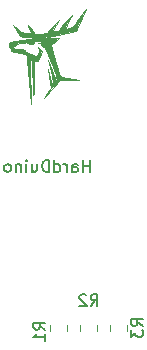
<source format=gbr>
G04 #@! TF.GenerationSoftware,KiCad,Pcbnew,(5.1.8)-1*
G04 #@! TF.CreationDate,2020-11-28T14:58:21+03:00*
G04 #@! TF.ProjectId,A4988,41343938-382e-46b6-9963-61645f706362,rev?*
G04 #@! TF.SameCoordinates,Original*
G04 #@! TF.FileFunction,Legend,Bot*
G04 #@! TF.FilePolarity,Positive*
%FSLAX46Y46*%
G04 Gerber Fmt 4.6, Leading zero omitted, Abs format (unit mm)*
G04 Created by KiCad (PCBNEW (5.1.8)-1) date 2020-11-28 14:58:21*
%MOMM*%
%LPD*%
G01*
G04 APERTURE LIST*
%ADD10C,0.100000*%
%ADD11C,0.150000*%
%ADD12C,0.120000*%
G04 APERTURE END LIST*
D10*
G36*
X105105000Y-52325000D02*
G01*
X104675000Y-53295000D01*
X103875000Y-53485000D01*
X101955000Y-53905000D01*
X102435000Y-53895000D01*
X102885000Y-53875000D01*
X103245000Y-53915000D01*
X102515000Y-54485000D01*
X102675000Y-55155000D01*
X102925000Y-56005000D01*
X103215000Y-56885000D01*
X103295000Y-57105000D01*
X103505000Y-57175000D01*
X104905000Y-57475000D01*
X103265000Y-57405000D01*
X102565000Y-58295000D01*
X101955000Y-59005000D01*
X102115000Y-58705000D01*
X102505000Y-58135000D01*
X102435000Y-57685000D01*
X102285000Y-56525000D01*
X102315000Y-56525000D01*
X102475000Y-57245000D01*
X102575000Y-57615000D01*
X102615000Y-57765000D01*
X102675000Y-57845000D01*
X102725000Y-57785000D01*
X102725000Y-57675000D01*
X102705000Y-57555000D01*
X102645000Y-57215000D01*
X102585000Y-57005000D01*
X102335000Y-56005000D01*
X102295000Y-55745000D01*
X102605000Y-56575000D01*
X102785000Y-57085000D01*
X102875000Y-57305000D01*
X102915000Y-57375000D01*
X102965000Y-57405000D01*
X103015000Y-57325000D01*
X102985000Y-57185000D01*
X102935000Y-57015000D01*
X102715000Y-56365000D01*
X102285000Y-55315000D01*
X102085000Y-54885000D01*
X101955000Y-54695000D01*
X101895000Y-54625000D01*
X101655000Y-54505000D01*
X101665000Y-54475000D01*
X101865000Y-54455000D01*
X101865000Y-54425000D01*
X101445000Y-54275000D01*
X101955000Y-54265000D01*
X102255000Y-54245000D01*
X102465000Y-54205000D01*
X102485000Y-54165000D01*
X102365000Y-54135000D01*
X102225000Y-54115000D01*
X101775000Y-54105000D01*
X101285000Y-54125000D01*
X101205000Y-54155000D01*
X101145000Y-54185000D01*
X101135000Y-54225000D01*
X101095000Y-54285000D01*
X100945000Y-54385000D01*
X100825000Y-54435000D01*
X100765000Y-54435000D01*
X100715000Y-54425000D01*
X100645000Y-54325000D01*
X100595000Y-54285000D01*
X100455000Y-54265000D01*
X100215000Y-54275000D01*
X99815000Y-54355000D01*
X99545000Y-54465000D01*
X99385000Y-54565000D01*
X99355000Y-54685000D01*
X99385000Y-54745000D01*
X99475000Y-54795000D01*
X99595000Y-54815000D01*
X100115000Y-54825000D01*
X100325000Y-54865000D01*
X100215000Y-54905000D01*
X100265000Y-54965000D01*
X100395000Y-55035000D01*
X101305000Y-55425000D01*
X101455000Y-55215000D01*
X101525000Y-55085000D01*
X101525000Y-55015000D01*
X101515000Y-54855000D01*
X101475000Y-54625000D01*
X101785000Y-55025000D01*
X101545000Y-55655000D01*
X101475000Y-55785000D01*
X101405000Y-55835000D01*
X101295000Y-55835000D01*
X101135000Y-55795000D01*
X101115000Y-57015000D01*
X101115000Y-57895000D01*
X101085000Y-58575000D01*
X101055000Y-58755000D01*
X101015000Y-58425000D01*
X100995000Y-57895000D01*
X100965000Y-56515000D01*
X100935000Y-56025000D01*
X100905000Y-55695000D01*
X100855000Y-55575000D01*
X100815000Y-55615000D01*
X100805000Y-55655000D01*
X100795000Y-55845000D01*
X100785000Y-56125000D01*
X100835000Y-59515000D01*
X100505000Y-55745000D01*
X100515000Y-55575000D01*
X100485000Y-55425000D01*
X100455000Y-55365000D01*
X100325000Y-55245000D01*
X100035000Y-55165000D01*
X99415000Y-55055000D01*
X99225000Y-55005000D01*
X99165000Y-54955000D01*
X99165000Y-54855000D01*
X99125000Y-54775000D01*
X99075000Y-54755000D01*
X99015000Y-54675000D01*
X98995000Y-54515000D01*
X99015000Y-54345000D01*
X99145000Y-54245000D01*
X99465000Y-54175000D01*
X100795000Y-53955000D01*
X101015000Y-53895000D01*
X100825000Y-53825000D01*
X100215000Y-53775000D01*
X99885000Y-53715000D01*
X99455000Y-53065000D01*
X99335000Y-52775000D01*
X100005000Y-53345000D01*
X100355000Y-53455000D01*
X100755000Y-53475000D01*
X100835000Y-53465000D01*
X100825000Y-53385000D01*
X100745000Y-53215000D01*
X100605000Y-52885000D01*
X100595000Y-52805000D01*
X100745000Y-52955000D01*
X101225000Y-53555000D01*
X101685000Y-53535000D01*
X102125000Y-53485000D01*
X102235000Y-53435000D01*
X102325000Y-53355000D01*
X102485000Y-53165000D01*
X103255000Y-52325000D01*
X102745000Y-53215000D01*
X102705000Y-53335000D01*
X102925000Y-53275000D01*
X103105000Y-53265000D01*
X103185000Y-53235000D01*
X103305000Y-53135000D01*
X103505000Y-52915000D01*
X104315000Y-51925000D01*
X104015000Y-52575000D01*
X103825000Y-53005000D01*
X103825000Y-53095000D01*
X103865000Y-53115000D01*
X104295000Y-52985000D01*
X104355000Y-52945000D01*
X104545000Y-52765000D01*
X104765000Y-52445000D01*
X105475000Y-51425000D01*
X105105000Y-52325000D01*
G37*
X105105000Y-52325000D02*
X104675000Y-53295000D01*
X103875000Y-53485000D01*
X101955000Y-53905000D01*
X102435000Y-53895000D01*
X102885000Y-53875000D01*
X103245000Y-53915000D01*
X102515000Y-54485000D01*
X102675000Y-55155000D01*
X102925000Y-56005000D01*
X103215000Y-56885000D01*
X103295000Y-57105000D01*
X103505000Y-57175000D01*
X104905000Y-57475000D01*
X103265000Y-57405000D01*
X102565000Y-58295000D01*
X101955000Y-59005000D01*
X102115000Y-58705000D01*
X102505000Y-58135000D01*
X102435000Y-57685000D01*
X102285000Y-56525000D01*
X102315000Y-56525000D01*
X102475000Y-57245000D01*
X102575000Y-57615000D01*
X102615000Y-57765000D01*
X102675000Y-57845000D01*
X102725000Y-57785000D01*
X102725000Y-57675000D01*
X102705000Y-57555000D01*
X102645000Y-57215000D01*
X102585000Y-57005000D01*
X102335000Y-56005000D01*
X102295000Y-55745000D01*
X102605000Y-56575000D01*
X102785000Y-57085000D01*
X102875000Y-57305000D01*
X102915000Y-57375000D01*
X102965000Y-57405000D01*
X103015000Y-57325000D01*
X102985000Y-57185000D01*
X102935000Y-57015000D01*
X102715000Y-56365000D01*
X102285000Y-55315000D01*
X102085000Y-54885000D01*
X101955000Y-54695000D01*
X101895000Y-54625000D01*
X101655000Y-54505000D01*
X101665000Y-54475000D01*
X101865000Y-54455000D01*
X101865000Y-54425000D01*
X101445000Y-54275000D01*
X101955000Y-54265000D01*
X102255000Y-54245000D01*
X102465000Y-54205000D01*
X102485000Y-54165000D01*
X102365000Y-54135000D01*
X102225000Y-54115000D01*
X101775000Y-54105000D01*
X101285000Y-54125000D01*
X101205000Y-54155000D01*
X101145000Y-54185000D01*
X101135000Y-54225000D01*
X101095000Y-54285000D01*
X100945000Y-54385000D01*
X100825000Y-54435000D01*
X100765000Y-54435000D01*
X100715000Y-54425000D01*
X100645000Y-54325000D01*
X100595000Y-54285000D01*
X100455000Y-54265000D01*
X100215000Y-54275000D01*
X99815000Y-54355000D01*
X99545000Y-54465000D01*
X99385000Y-54565000D01*
X99355000Y-54685000D01*
X99385000Y-54745000D01*
X99475000Y-54795000D01*
X99595000Y-54815000D01*
X100115000Y-54825000D01*
X100325000Y-54865000D01*
X100215000Y-54905000D01*
X100265000Y-54965000D01*
X100395000Y-55035000D01*
X101305000Y-55425000D01*
X101455000Y-55215000D01*
X101525000Y-55085000D01*
X101525000Y-55015000D01*
X101515000Y-54855000D01*
X101475000Y-54625000D01*
X101785000Y-55025000D01*
X101545000Y-55655000D01*
X101475000Y-55785000D01*
X101405000Y-55835000D01*
X101295000Y-55835000D01*
X101135000Y-55795000D01*
X101115000Y-57015000D01*
X101115000Y-57895000D01*
X101085000Y-58575000D01*
X101055000Y-58755000D01*
X101015000Y-58425000D01*
X100995000Y-57895000D01*
X100965000Y-56515000D01*
X100935000Y-56025000D01*
X100905000Y-55695000D01*
X100855000Y-55575000D01*
X100815000Y-55615000D01*
X100805000Y-55655000D01*
X100795000Y-55845000D01*
X100785000Y-56125000D01*
X100835000Y-59515000D01*
X100505000Y-55745000D01*
X100515000Y-55575000D01*
X100485000Y-55425000D01*
X100455000Y-55365000D01*
X100325000Y-55245000D01*
X100035000Y-55165000D01*
X99415000Y-55055000D01*
X99225000Y-55005000D01*
X99165000Y-54955000D01*
X99165000Y-54855000D01*
X99125000Y-54775000D01*
X99075000Y-54755000D01*
X99015000Y-54675000D01*
X98995000Y-54515000D01*
X99015000Y-54345000D01*
X99145000Y-54245000D01*
X99465000Y-54175000D01*
X100795000Y-53955000D01*
X101015000Y-53895000D01*
X100825000Y-53825000D01*
X100215000Y-53775000D01*
X99885000Y-53715000D01*
X99455000Y-53065000D01*
X99335000Y-52775000D01*
X100005000Y-53345000D01*
X100355000Y-53455000D01*
X100755000Y-53475000D01*
X100835000Y-53465000D01*
X100825000Y-53385000D01*
X100745000Y-53215000D01*
X100605000Y-52885000D01*
X100595000Y-52805000D01*
X100745000Y-52955000D01*
X101225000Y-53555000D01*
X101685000Y-53535000D01*
X102125000Y-53485000D01*
X102235000Y-53435000D01*
X102325000Y-53355000D01*
X102485000Y-53165000D01*
X103255000Y-52325000D01*
X102745000Y-53215000D01*
X102705000Y-53335000D01*
X102925000Y-53275000D01*
X103105000Y-53265000D01*
X103185000Y-53235000D01*
X103305000Y-53135000D01*
X103505000Y-52915000D01*
X104315000Y-51925000D01*
X104015000Y-52575000D01*
X103825000Y-53005000D01*
X103825000Y-53095000D01*
X103865000Y-53115000D01*
X104295000Y-52985000D01*
X104355000Y-52945000D01*
X104545000Y-52765000D01*
X104765000Y-52445000D01*
X105475000Y-51425000D01*
X105105000Y-52325000D01*
D11*
X105830238Y-65222380D02*
X105830238Y-64222380D01*
X105830238Y-64698571D02*
X105258809Y-64698571D01*
X105258809Y-65222380D02*
X105258809Y-64222380D01*
X104354047Y-65222380D02*
X104354047Y-64698571D01*
X104401666Y-64603333D01*
X104496904Y-64555714D01*
X104687380Y-64555714D01*
X104782619Y-64603333D01*
X104354047Y-65174761D02*
X104449285Y-65222380D01*
X104687380Y-65222380D01*
X104782619Y-65174761D01*
X104830238Y-65079523D01*
X104830238Y-64984285D01*
X104782619Y-64889047D01*
X104687380Y-64841428D01*
X104449285Y-64841428D01*
X104354047Y-64793809D01*
X103877857Y-65222380D02*
X103877857Y-64555714D01*
X103877857Y-64746190D02*
X103830238Y-64650952D01*
X103782619Y-64603333D01*
X103687380Y-64555714D01*
X103592142Y-64555714D01*
X102830238Y-65222380D02*
X102830238Y-64222380D01*
X102830238Y-65174761D02*
X102925476Y-65222380D01*
X103115952Y-65222380D01*
X103211190Y-65174761D01*
X103258809Y-65127142D01*
X103306428Y-65031904D01*
X103306428Y-64746190D01*
X103258809Y-64650952D01*
X103211190Y-64603333D01*
X103115952Y-64555714D01*
X102925476Y-64555714D01*
X102830238Y-64603333D01*
X102354047Y-65222380D02*
X102354047Y-64222380D01*
X102115952Y-64222380D01*
X101973095Y-64270000D01*
X101877857Y-64365238D01*
X101830238Y-64460476D01*
X101782619Y-64650952D01*
X101782619Y-64793809D01*
X101830238Y-64984285D01*
X101877857Y-65079523D01*
X101973095Y-65174761D01*
X102115952Y-65222380D01*
X102354047Y-65222380D01*
X100925476Y-64555714D02*
X100925476Y-65222380D01*
X101354047Y-64555714D02*
X101354047Y-65079523D01*
X101306428Y-65174761D01*
X101211190Y-65222380D01*
X101068333Y-65222380D01*
X100973095Y-65174761D01*
X100925476Y-65127142D01*
X100449285Y-65222380D02*
X100449285Y-64555714D01*
X100449285Y-64222380D02*
X100496904Y-64270000D01*
X100449285Y-64317619D01*
X100401666Y-64270000D01*
X100449285Y-64222380D01*
X100449285Y-64317619D01*
X99973095Y-64555714D02*
X99973095Y-65222380D01*
X99973095Y-64650952D02*
X99925476Y-64603333D01*
X99830238Y-64555714D01*
X99687380Y-64555714D01*
X99592142Y-64603333D01*
X99544523Y-64698571D01*
X99544523Y-65222380D01*
X98925476Y-65222380D02*
X99020714Y-65174761D01*
X99068333Y-65127142D01*
X99115952Y-65031904D01*
X99115952Y-64746190D01*
X99068333Y-64650952D01*
X99020714Y-64603333D01*
X98925476Y-64555714D01*
X98782619Y-64555714D01*
X98687380Y-64603333D01*
X98639761Y-64650952D01*
X98592142Y-64746190D01*
X98592142Y-65031904D01*
X98639761Y-65127142D01*
X98687380Y-65174761D01*
X98782619Y-65222380D01*
X98925476Y-65222380D01*
D12*
X103897500Y-78161248D02*
X103897500Y-78683752D01*
X102477500Y-78161248D02*
X102477500Y-78683752D01*
X105017500Y-78161248D02*
X105017500Y-78683752D01*
X106437500Y-78161248D02*
X106437500Y-78683752D01*
X108977500Y-78161248D02*
X108977500Y-78683752D01*
X107557500Y-78161248D02*
X107557500Y-78683752D01*
D11*
X102052380Y-78573333D02*
X101576190Y-78240000D01*
X102052380Y-78001904D02*
X101052380Y-78001904D01*
X101052380Y-78382857D01*
X101100000Y-78478095D01*
X101147619Y-78525714D01*
X101242857Y-78573333D01*
X101385714Y-78573333D01*
X101480952Y-78525714D01*
X101528571Y-78478095D01*
X101576190Y-78382857D01*
X101576190Y-78001904D01*
X102052380Y-79525714D02*
X102052380Y-78954285D01*
X102052380Y-79240000D02*
X101052380Y-79240000D01*
X101195238Y-79144761D01*
X101290476Y-79049523D01*
X101338095Y-78954285D01*
X105894166Y-76588880D02*
X106227500Y-76112690D01*
X106465595Y-76588880D02*
X106465595Y-75588880D01*
X106084642Y-75588880D01*
X105989404Y-75636500D01*
X105941785Y-75684119D01*
X105894166Y-75779357D01*
X105894166Y-75922214D01*
X105941785Y-76017452D01*
X105989404Y-76065071D01*
X106084642Y-76112690D01*
X106465595Y-76112690D01*
X105513214Y-75684119D02*
X105465595Y-75636500D01*
X105370357Y-75588880D01*
X105132261Y-75588880D01*
X105037023Y-75636500D01*
X104989404Y-75684119D01*
X104941785Y-75779357D01*
X104941785Y-75874595D01*
X104989404Y-76017452D01*
X105560833Y-76588880D01*
X104941785Y-76588880D01*
X110307380Y-78255833D02*
X109831190Y-77922500D01*
X110307380Y-77684404D02*
X109307380Y-77684404D01*
X109307380Y-78065357D01*
X109355000Y-78160595D01*
X109402619Y-78208214D01*
X109497857Y-78255833D01*
X109640714Y-78255833D01*
X109735952Y-78208214D01*
X109783571Y-78160595D01*
X109831190Y-78065357D01*
X109831190Y-77684404D01*
X109307380Y-78589166D02*
X109307380Y-79208214D01*
X109688333Y-78874880D01*
X109688333Y-79017738D01*
X109735952Y-79112976D01*
X109783571Y-79160595D01*
X109878809Y-79208214D01*
X110116904Y-79208214D01*
X110212142Y-79160595D01*
X110259761Y-79112976D01*
X110307380Y-79017738D01*
X110307380Y-78732023D01*
X110259761Y-78636785D01*
X110212142Y-78589166D01*
M02*

</source>
